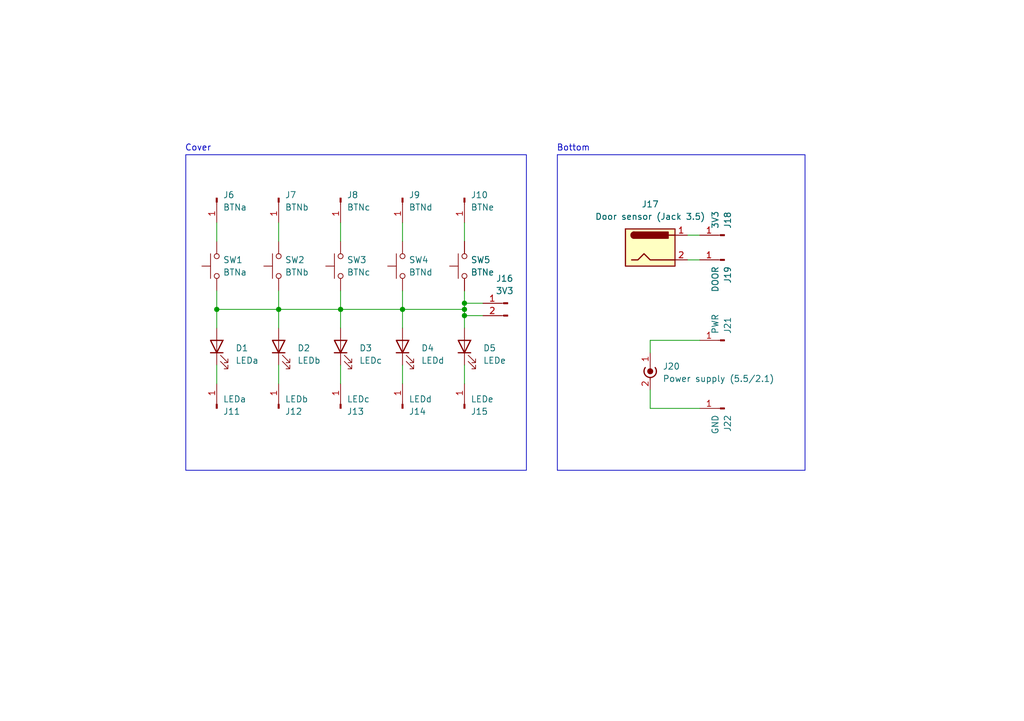
<source format=kicad_sch>
(kicad_sch (version 20231120) (generator "eeschema") (generator_version "8.0")
  (paper "A5")
  (title_block (title "Door sensor peripherals") (date "2025-06-08") (rev "1.0") (company "Eli Nucknack"))
  (lib_symbols
    (symbol "Connector:Conn_01x01_Pin" (pin_names (offset 1.016) hide)
      (property "Reference" "J" (at 0 2.54 0))
      (property "Value" "Conn_01x01_Pin" (at 0 -2.54 0))
      (symbol "Conn_01x01_Pin_1_1"
        (polyline (pts (xy 1.27 0) (xy 0.8636 0)) (stroke (width 0.1524)))
        (rectangle (start 0.8636 0.127) (end 0 -0.127) (stroke (width 0.1524)) (fill (type outline)))
        (pin passive line (at 5.08 0 180) (length 3.81) (name "Pin_1") (number "1"))
      )
    )
    (symbol "Connector:Conn_01x02_Pin" (pin_names (offset 1.016) hide)
      (property "Reference" "J" (at 0 2.54 0))
      (property "Value" "Conn_01x02_Pin" (at 0 -5.08 0))
      (symbol "Conn_01x02_Pin_1_1"
        (polyline (pts (xy 1.27 -2.54) (xy 0.8636 -2.54)) (stroke (width 0.1524)))
        (polyline (pts (xy 1.27 0) (xy 0.8636 0)) (stroke (width 0.1524)))
        (rectangle (start 0.8636 -2.413) (end 0 -2.667) (stroke (width 0.1524)) (fill (type outline)))
        (rectangle (start 0.8636 0.127) (end 0 -0.127) (stroke (width 0.1524)) (fill (type outline)))
        (pin passive line (at 5.08 0 180) (length 3.81) (name "Pin_1") (number "1"))
        (pin passive line (at 5.08 -2.54 180) (length 3.81) (name "Pin_2") (number "2"))
      )
    )
    (symbol "Connector:Conn_Coaxial_Power" (pin_names (offset 1.016) hide)
      (property "Reference" "J" (at -5.08 -1.27 90))
      (property "Value" "Conn_Coaxial_Power" (at -3.175 -1.27 90))
      (symbol "Conn_Coaxial_Power_0_1"
        (arc (start -1.27 -1.27) (mid 0 -2.5345) (end 1.27 -1.27) (stroke (width 0.254)))
        (arc (start -1.016 -0.508) (mid -1.2048 -0.8684) (end -1.27 -1.27) (stroke (width 0.254)))
        (circle (center 0 -1.27) (radius 0.508) (stroke (width 0.2032)) (fill (type outline)))
        (polyline (pts (xy 0 -2.54) (xy 0 -3.048)))
        (polyline (pts (xy 0 0) (xy 0 -1.27)))
        (arc (start 1.27 -1.27) (mid 1.2048 -0.8684) (end 1.016 -0.508) (stroke (width 0.254)))
      )
      (symbol "Conn_Coaxial_Power_1_1"
        (pin passive line (at 0 2.54 270) (length 2.54) (name "In") (number "1"))
        (pin passive line (at 0 -5.08 90) (length 2.54) (name "Ext") (number "2"))
      )
    )
    (symbol "Connector:Jack-DC" (pin_names (offset 1.016))
      (property "Reference" "J" (at 0 5.334 0))
      (property "Value" "Jack-DC" (at 0 -5.08 0))
      (symbol "Jack-DC_0_1"
        (rectangle (start -5.08 3.81) (end 5.08 -3.81) (stroke (width 0.254)) (fill (type background)))
        (arc (start -3.302 3.175) (mid -3.9343 2.54) (end -3.302 1.905) (stroke (width 0.254)))
        (arc (start -3.302 3.175) (mid -3.9343 2.54) (end -3.302 1.905) (stroke (width 0.254)) (fill (type outline)))
        (polyline (pts (xy 5.08 2.54) (xy 3.81 2.54)) (stroke (width 0.254)))
        (polyline (pts (xy -3.81 -2.54) (xy -2.54 -2.54) (xy -1.27 -1.27) (xy 0 -2.54) (xy 2.54 -2.54) (xy 5.08 -2.54)) (stroke (width 0.254)))
        (rectangle (start 3.683 3.175) (end -3.302 1.905) (stroke (width 0.254)) (fill (type outline)))
      )
      (symbol "Jack-DC_1_1"
        (pin passive line (at 7.62 2.54 180) (length 2.54) (name "~") (number "1"))
        (pin passive line (at 7.62 -2.54 180) (length 2.54) (name "~") (number "2"))
      )
    )
    (symbol "Device:LED" (pin_numbers hide) (pin_names (offset 1.016) hide)
      (property "Reference" "D" (at 0 2.54 0))
      (property "Value" "LED" (at 0 -2.54 0))
      (symbol "LED_0_1"
        (polyline (pts (xy -1.27 -1.27) (xy -1.27 1.27)) (stroke (width 0.254)))
        (polyline (pts (xy -1.27 0) (xy 1.27 0)))
        (polyline (pts (xy 1.27 -1.27) (xy 1.27 1.27) (xy -1.27 0) (xy 1.27 -1.27)) (stroke (width 0.254)))
        (polyline (pts (xy -3.048 -0.762) (xy -4.572 -2.286) (xy -3.81 -2.286) (xy -4.572 -2.286) (xy -4.572 -1.524)))
        (polyline (pts (xy -1.778 -0.762) (xy -3.302 -2.286) (xy -2.54 -2.286) (xy -3.302 -2.286) (xy -3.302 -1.524)))
      )
      (symbol "LED_1_1"
        (pin passive line (at -3.81 0 0) (length 2.54) (name "K") (number "1"))
        (pin passive line (at 3.81 0 180) (length 2.54) (name "A") (number "2"))
      )
    )
    (symbol "Switch:SW_Push" (pin_numbers hide) (pin_names (offset 1.016) hide)
      (property "Reference" "SW" (at 1.27 2.54 0))
      (property "Value" "SW_Push" (at 0 -1.524 0))
      (symbol "SW_Push_0_1"
        (circle (center -2.032 0) (radius 0.508))
        (polyline (pts (xy 0 1.27) (xy 0 3.048)))
        (polyline (pts (xy 2.54 1.27) (xy -2.54 1.27)))
        (circle (center 2.032 0) (radius 0.508))
        (pin passive line (at -5.08 0 0) (length 2.54) (name "1") (number "1"))
        (pin passive line (at 5.08 0 180) (length 2.54) (name "2") (number "2"))
      )
    )
  )
  (junction (at 69.85 63.5))
  (junction (at 95.25 64.77))
  (junction (at 95.25 63.5))
  (junction (at 44.45 63.5))
  (junction (at 57.15 63.5))
  (junction (at 82.55 63.5))
  (junction (at 95.25 62.23))
  (wire (pts (xy 44.45 74.93) (xy 44.45 78.74)))
  (wire (pts (xy 140.97 53.34) (xy 143.51 53.34)))
  (wire (pts (xy 99.06 62.23) (xy 95.25 62.23)))
  (wire (pts (xy 95.25 74.93) (xy 95.25 78.74)))
  (wire (pts (xy 69.85 45.72) (xy 69.85 49.53)))
  (wire (pts (xy 69.85 63.5) (xy 69.85 67.31)))
  (wire (pts (xy 82.55 63.5) (xy 82.55 67.31)))
  (wire (pts (xy 69.85 74.93) (xy 69.85 78.74)))
  (wire (pts (xy 57.15 63.5) (xy 69.85 63.5)))
  (wire (pts (xy 57.15 63.5) (xy 57.15 67.31)))
  (wire (pts (xy 133.35 83.82) (xy 143.51 83.82)))
  (wire (pts (xy 95.25 63.5) (xy 95.25 64.77)))
  (wire (pts (xy 133.35 80.01) (xy 133.35 83.82)))
  (wire (pts (xy 57.15 59.69) (xy 57.15 63.5)))
  (wire (pts (xy 44.45 45.72) (xy 44.45 49.53)))
  (wire (pts (xy 69.85 63.5) (xy 82.55 63.5)))
  (wire (pts (xy 44.45 63.5) (xy 44.45 67.31)))
  (wire (pts (xy 82.55 45.72) (xy 82.55 49.53)))
  (wire (pts (xy 133.35 72.39) (xy 133.35 69.85)))
  (wire (pts (xy 140.97 48.26) (xy 143.51 48.26)))
  (wire (pts (xy 82.55 59.69) (xy 82.55 63.5)))
  (wire (pts (xy 69.85 59.69) (xy 69.85 63.5)))
  (wire (pts (xy 95.25 62.23) (xy 95.25 63.5)))
  (wire (pts (xy 44.45 59.69) (xy 44.45 63.5)))
  (wire (pts (xy 82.55 63.5) (xy 95.25 63.5)))
  (wire (pts (xy 57.15 74.93) (xy 57.15 78.74)))
  (wire (pts (xy 95.25 45.72) (xy 95.25 49.53)))
  (wire (pts (xy 95.25 64.77) (xy 95.25 67.31)))
  (wire (pts (xy 133.35 69.85) (xy 143.51 69.85)))
  (wire (pts (xy 95.25 59.69) (xy 95.25 62.23)))
  (wire (pts (xy 95.25 64.77) (xy 99.06 64.77)))
  (wire (pts (xy 57.15 45.72) (xy 57.15 49.53)))
  (wire (pts (xy 82.55 74.93) (xy 82.55 78.74)))
  (wire (pts (xy 44.45 63.5) (xy 57.15 63.5)))
  (rectangle (start 114.3 31.75) (end 165.1 96.52))
  (rectangle (start 38.1 31.75) (end 107.95 96.52))
  (text "Cover" (at 40.64 30.48 0) (effects (font (size 1.27 1.27))))
  (text "Bottom" (at 117.602 30.48 0) (effects (font (size 1.27 1.27))))
  (symbol (lib_id "Switch:SW_Push") (at 44.45 54.61 90) (unit 1)
    (property "Reference" "SW1" (at 45.72 53.3399 90) (effects (justify right)))
    (property "Value" "BTNa" (at 45.72 55.8799 90) (effects (justify right)))
    (property "Description" "Push button switch, generic, two pins" (effects (hide yes)))
  )
  (symbol (lib_id "Connector:Conn_01x01_Pin") (at 148.59 69.85 0) (mirror y) (unit 1)
    (property "Reference" "J21" (at 149.2251 68.58 90) (effects (justify left)))
    (property "Value" "PWR" (at 146.6851 68.58 90) (effects (justify left)))
    (property "Description" "Generic connector, single row, 01x01, script generated" (effects (hide yes)))
  )
  (symbol (lib_id "Device:LED") (at 95.25 71.12 90) (unit 1)
    (property "Reference" "D5" (at 99.06 71.4374 90) (effects (justify right)))
    (property "Value" "LEDe" (at 99.06 73.9774 90) (effects (justify right)))
    (property "Description" "Light emitting diode" (effects (hide yes)))
  )
  (symbol (lib_id "Switch:SW_Push") (at 69.85 54.61 90) (unit 1)
    (property "Reference" "SW3" (at 71.12 53.3399 90) (effects (justify right)))
    (property "Value" "BTNc" (at 71.12 55.8799 90) (effects (justify right)))
    (property "Description" "Push button switch, generic, two pins" (effects (hide yes)))
  )
  (symbol (lib_id "Device:LED") (at 69.85 71.12 90) (unit 1)
    (property "Reference" "D3" (at 73.66 71.4374 90) (effects (justify right)))
    (property "Value" "LEDc" (at 73.66 73.9774 90) (effects (justify right)))
    (property "Description" "Light emitting diode" (effects (hide yes)))
  )
  (symbol (lib_id "Device:LED") (at 82.55 71.12 90) (unit 1)
    (property "Reference" "D4" (at 86.36 71.4374 90) (effects (justify right)))
    (property "Value" "LEDd" (at 86.36 73.9774 90) (effects (justify right)))
    (property "Description" "Light emitting diode" (effects (hide yes)))
  )
  (symbol (lib_id "Connector:Conn_01x01_Pin") (at 82.55 40.64 270) (unit 1)
    (property "Reference" "J9" (at 83.82 40.0049 90) (effects (justify left)))
    (property "Value" "BTNd" (at 83.82 42.5449 90) (effects (justify left)))
    (property "Description" "Generic connector, single row, 01x01, script generated" (effects (hide yes)))
  )
  (symbol (lib_id "Connector:Conn_01x01_Pin") (at 69.85 40.64 270) (unit 1)
    (property "Reference" "J8" (at 71.12 40.0049 90) (effects (justify left)))
    (property "Value" "BTNc" (at 71.12 42.5449 90) (effects (justify left)))
    (property "Description" "Generic connector, single row, 01x01, script generated" (effects (hide yes)))
  )
  (symbol (lib_id "Device:LED") (at 44.45 71.12 90) (unit 1)
    (property "Reference" "D1" (at 48.26 71.4374 90) (effects (justify right)))
    (property "Value" "LEDa" (at 48.26 73.9774 90) (effects (justify right)))
    (property "Description" "Light emitting diode" (effects (hide yes)))
  )
  (symbol (lib_id "Connector:Conn_01x01_Pin") (at 57.15 40.64 270) (unit 1)
    (property "Reference" "J7" (at 58.42 40.0049 90) (effects (justify left)))
    (property "Value" "BTNb" (at 58.42 42.5449 90) (effects (justify left)))
    (property "Description" "Generic connector, single row, 01x01, script generated" (effects (hide yes)))
  )
  (symbol (lib_id "Switch:SW_Push") (at 57.15 54.61 90) (unit 1)
    (property "Reference" "SW2" (at 58.42 53.3399 90) (effects (justify right)))
    (property "Value" "BTNb" (at 58.42 55.8799 90) (effects (justify right)))
    (property "Description" "Push button switch, generic, two pins" (effects (hide yes)))
  )
  (symbol (lib_id "Connector:Conn_01x01_Pin") (at 57.15 83.82 270) (mirror x) (unit 1)
    (property "Reference" "J12" (at 58.42 84.4551 90) (effects (justify left)))
    (property "Value" "LEDb" (at 58.42 81.9151 90) (effects (justify left)))
    (property "Description" "Generic connector, single row, 01x01, script generated" (effects (hide yes)))
  )
  (symbol (lib_id "Connector:Conn_01x01_Pin") (at 148.59 53.34 180) (unit 1)
    (property "Reference" "J19" (at 149.2251 54.61 90) (effects (justify left)))
    (property "Value" "DOOR" (at 146.6851 54.61 90) (effects (justify left)))
    (property "Description" "Generic connector, single row, 01x01, script generated" (effects (hide yes)))
  )
  (symbol (lib_id "Connector:Conn_01x01_Pin") (at 44.45 83.82 270) (mirror x) (unit 1)
    (property "Reference" "J11" (at 45.72 84.4551 90) (effects (justify left)))
    (property "Value" "LEDa" (at 45.72 81.9151 90) (effects (justify left)))
    (property "Description" "Generic connector, single row, 01x01, script generated" (effects (hide yes)))
  )
  (symbol (lib_id "Connector:Conn_Coaxial_Power") (at 133.35 74.93 0) (unit 1)
    (property "Reference" "J20" (at 135.89 75.1839 0) (effects (justify left)))
    (property "Value" "Power supply (5.5/2.1)" (at 135.89 77.7239 0) (effects (justify left)))
    (property "Description" "coaxial connector (BNC, SMA, SMB, SMC, Cinch/RCA, LEMO, ...)" (effects (hide yes)))
  )
  (symbol (lib_id "Switch:SW_Push") (at 82.55 54.61 90) (unit 1)
    (property "Reference" "SW4" (at 83.82 53.3399 90) (effects (justify right)))
    (property "Value" "BTNd" (at 83.82 55.8799 90) (effects (justify right)))
    (property "Description" "Push button switch, generic, two pins" (effects (hide yes)))
  )
  (symbol (lib_id "Connector:Conn_01x01_Pin") (at 69.85 83.82 270) (mirror x) (unit 1)
    (property "Reference" "J13" (at 71.12 84.4551 90) (effects (justify left)))
    (property "Value" "LEDc" (at 71.12 81.9151 90) (effects (justify left)))
    (property "Description" "Generic connector, single row, 01x01, script generated" (effects (hide yes)))
  )
  (symbol (lib_id "Connector:Conn_01x01_Pin") (at 95.25 83.82 270) (mirror x) (unit 1)
    (property "Reference" "J15" (at 96.52 84.4551 90) (effects (justify left)))
    (property "Value" "LEDe" (at 96.52 81.9151 90) (effects (justify left)))
    (property "Description" "Generic connector, single row, 01x01, script generated" (effects (hide yes)))
  )
  (symbol (lib_id "Connector:Conn_01x01_Pin") (at 44.45 40.64 270) (unit 1)
    (property "Reference" "J6" (at 45.72 40.0049 90) (effects (justify left)))
    (property "Value" "BTNa" (at 45.72 42.5449 90) (effects (justify left)))
    (property "Description" "Generic connector, single row, 01x01, script generated" (effects (hide yes)))
  )
  (symbol (lib_id "Connector:Conn_01x01_Pin") (at 95.25 40.64 270) (unit 1)
    (property "Reference" "J10" (at 96.52 40.0049 90) (effects (justify left)))
    (property "Value" "BTNe" (at 96.52 42.5449 90) (effects (justify left)))
    (property "Description" "Generic connector, single row, 01x01, script generated" (effects (hide yes)))
  )
  (symbol (lib_id "Device:LED") (at 57.15 71.12 90) (unit 1)
    (property "Reference" "D2" (at 60.96 71.4374 90) (effects (justify right)))
    (property "Value" "LEDb" (at 60.96 73.9774 90) (effects (justify right)))
    (property "Description" "Light emitting diode" (effects (hide yes)))
  )
  (symbol (lib_id "Switch:SW_Push") (at 95.25 54.61 90) (unit 1)
    (property "Reference" "SW5" (at 96.52 53.3399 90) (effects (justify right)))
    (property "Value" "BTNe" (at 96.52 55.8799 90) (effects (justify right)))
    (property "Description" "Push button switch, generic, two pins" (effects (hide yes)))
  )
  (symbol (lib_id "Connector:Conn_01x02_Pin") (at 104.14 62.23 0) (mirror y) (unit 1)
    (property "Reference" "J16" (at 103.505 57.15 0))
    (property "Value" "3V3" (at 103.505 59.69 0))
    (property "Description" "Generic connector, single row, 01x02, script generated" (effects (hide yes)))
  )
  (symbol (lib_id "Connector:Conn_01x01_Pin") (at 148.59 48.26 0) (mirror y) (unit 1)
    (property "Reference" "J18" (at 149.2251 46.99 90) (effects (justify left)))
    (property "Value" "3V3" (at 146.6851 46.99 90) (effects (justify left)))
    (property "Description" "Generic connector, single row, 01x01, script generated" (effects (hide yes)))
  )
  (symbol (lib_id "Connector:Conn_01x01_Pin") (at 148.59 83.82 180) (unit 1)
    (property "Reference" "J22" (at 149.2251 85.09 90) (effects (justify left)))
    (property "Value" "GND" (at 146.6851 85.09 90) (effects (justify left)))
    (property "Description" "Generic connector, single row, 01x01, script generated" (effects (hide yes)))
  )
  (symbol (lib_id "Connector:Conn_01x01_Pin") (at 82.55 83.82 270) (mirror x) (unit 1)
    (property "Reference" "J14" (at 83.82 84.4551 90) (effects (justify left)))
    (property "Value" "LEDd" (at 83.82 81.9151 90) (effects (justify left)))
    (property "Description" "Generic connector, single row, 01x01, script generated" (effects (hide yes)))
  )
  (symbol (lib_id "Connector:Jack-DC") (at 133.35 50.8 0) (unit 1)
    (property "Reference" "J17" (at 133.35 41.91 0))
    (property "Value" "Door sensor (Jack 3.5)" (at 133.35 44.45 0))
    (property "Description" "DC Barrel Jack" (effects (hide yes)))
  )
)
</source>
